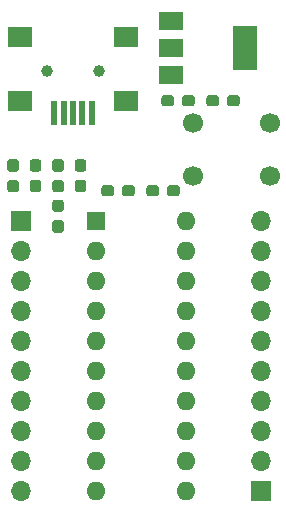
<source format=gbr>
G04 #@! TF.GenerationSoftware,KiCad,Pcbnew,(5.0.0)*
G04 #@! TF.CreationDate,2019-03-11T23:44:19-04:00*
G04 #@! TF.ProjectId,1-Hour-Board,312D486F75722D426F6172642E6B6963,rev?*
G04 #@! TF.SameCoordinates,Original*
G04 #@! TF.FileFunction,Soldermask,Top*
G04 #@! TF.FilePolarity,Negative*
%FSLAX46Y46*%
G04 Gerber Fmt 4.6, Leading zero omitted, Abs format (unit mm)*
G04 Created by KiCad (PCBNEW (5.0.0)) date 03/11/19 23:44:19*
%MOMM*%
%LPD*%
G01*
G04 APERTURE LIST*
%ADD10C,1.700000*%
%ADD11C,0.100000*%
%ADD12C,0.950000*%
%ADD13R,1.700000X1.700000*%
%ADD14O,1.700000X1.700000*%
%ADD15R,0.500000X2.000000*%
%ADD16R,2.000000X1.700000*%
%ADD17C,1.000000*%
%ADD18R,1.600000X1.600000*%
%ADD19O,1.600000X1.600000*%
%ADD20R,2.000000X3.800000*%
%ADD21R,2.000000X1.500000*%
G04 APERTURE END LIST*
D10*
G04 #@! TO.C,SW1*
X116205000Y-93345000D03*
X122705000Y-93345000D03*
X116205000Y-97845000D03*
X122705000Y-97845000D03*
G04 #@! TD*
D11*
G04 #@! TO.C,C1*
G36*
X106940779Y-96391144D02*
X106963834Y-96394563D01*
X106986443Y-96400227D01*
X107008387Y-96408079D01*
X107029457Y-96418044D01*
X107049448Y-96430026D01*
X107068168Y-96443910D01*
X107085438Y-96459562D01*
X107101090Y-96476832D01*
X107114974Y-96495552D01*
X107126956Y-96515543D01*
X107136921Y-96536613D01*
X107144773Y-96558557D01*
X107150437Y-96581166D01*
X107153856Y-96604221D01*
X107155000Y-96627500D01*
X107155000Y-97202500D01*
X107153856Y-97225779D01*
X107150437Y-97248834D01*
X107144773Y-97271443D01*
X107136921Y-97293387D01*
X107126956Y-97314457D01*
X107114974Y-97334448D01*
X107101090Y-97353168D01*
X107085438Y-97370438D01*
X107068168Y-97386090D01*
X107049448Y-97399974D01*
X107029457Y-97411956D01*
X107008387Y-97421921D01*
X106986443Y-97429773D01*
X106963834Y-97435437D01*
X106940779Y-97438856D01*
X106917500Y-97440000D01*
X106442500Y-97440000D01*
X106419221Y-97438856D01*
X106396166Y-97435437D01*
X106373557Y-97429773D01*
X106351613Y-97421921D01*
X106330543Y-97411956D01*
X106310552Y-97399974D01*
X106291832Y-97386090D01*
X106274562Y-97370438D01*
X106258910Y-97353168D01*
X106245026Y-97334448D01*
X106233044Y-97314457D01*
X106223079Y-97293387D01*
X106215227Y-97271443D01*
X106209563Y-97248834D01*
X106206144Y-97225779D01*
X106205000Y-97202500D01*
X106205000Y-96627500D01*
X106206144Y-96604221D01*
X106209563Y-96581166D01*
X106215227Y-96558557D01*
X106223079Y-96536613D01*
X106233044Y-96515543D01*
X106245026Y-96495552D01*
X106258910Y-96476832D01*
X106274562Y-96459562D01*
X106291832Y-96443910D01*
X106310552Y-96430026D01*
X106330543Y-96418044D01*
X106351613Y-96408079D01*
X106373557Y-96400227D01*
X106396166Y-96394563D01*
X106419221Y-96391144D01*
X106442500Y-96390000D01*
X106917500Y-96390000D01*
X106940779Y-96391144D01*
X106940779Y-96391144D01*
G37*
D12*
X106680000Y-96915000D03*
D11*
G36*
X106940779Y-98141144D02*
X106963834Y-98144563D01*
X106986443Y-98150227D01*
X107008387Y-98158079D01*
X107029457Y-98168044D01*
X107049448Y-98180026D01*
X107068168Y-98193910D01*
X107085438Y-98209562D01*
X107101090Y-98226832D01*
X107114974Y-98245552D01*
X107126956Y-98265543D01*
X107136921Y-98286613D01*
X107144773Y-98308557D01*
X107150437Y-98331166D01*
X107153856Y-98354221D01*
X107155000Y-98377500D01*
X107155000Y-98952500D01*
X107153856Y-98975779D01*
X107150437Y-98998834D01*
X107144773Y-99021443D01*
X107136921Y-99043387D01*
X107126956Y-99064457D01*
X107114974Y-99084448D01*
X107101090Y-99103168D01*
X107085438Y-99120438D01*
X107068168Y-99136090D01*
X107049448Y-99149974D01*
X107029457Y-99161956D01*
X107008387Y-99171921D01*
X106986443Y-99179773D01*
X106963834Y-99185437D01*
X106940779Y-99188856D01*
X106917500Y-99190000D01*
X106442500Y-99190000D01*
X106419221Y-99188856D01*
X106396166Y-99185437D01*
X106373557Y-99179773D01*
X106351613Y-99171921D01*
X106330543Y-99161956D01*
X106310552Y-99149974D01*
X106291832Y-99136090D01*
X106274562Y-99120438D01*
X106258910Y-99103168D01*
X106245026Y-99084448D01*
X106233044Y-99064457D01*
X106223079Y-99043387D01*
X106215227Y-99021443D01*
X106209563Y-98998834D01*
X106206144Y-98975779D01*
X106205000Y-98952500D01*
X106205000Y-98377500D01*
X106206144Y-98354221D01*
X106209563Y-98331166D01*
X106215227Y-98308557D01*
X106223079Y-98286613D01*
X106233044Y-98265543D01*
X106245026Y-98245552D01*
X106258910Y-98226832D01*
X106274562Y-98209562D01*
X106291832Y-98193910D01*
X106310552Y-98180026D01*
X106330543Y-98168044D01*
X106351613Y-98158079D01*
X106373557Y-98150227D01*
X106396166Y-98144563D01*
X106419221Y-98141144D01*
X106442500Y-98140000D01*
X106917500Y-98140000D01*
X106940779Y-98141144D01*
X106940779Y-98141144D01*
G37*
D12*
X106680000Y-98665000D03*
G04 #@! TD*
D11*
G04 #@! TO.C,C2*
G36*
X116120779Y-90966144D02*
X116143834Y-90969563D01*
X116166443Y-90975227D01*
X116188387Y-90983079D01*
X116209457Y-90993044D01*
X116229448Y-91005026D01*
X116248168Y-91018910D01*
X116265438Y-91034562D01*
X116281090Y-91051832D01*
X116294974Y-91070552D01*
X116306956Y-91090543D01*
X116316921Y-91111613D01*
X116324773Y-91133557D01*
X116330437Y-91156166D01*
X116333856Y-91179221D01*
X116335000Y-91202500D01*
X116335000Y-91677500D01*
X116333856Y-91700779D01*
X116330437Y-91723834D01*
X116324773Y-91746443D01*
X116316921Y-91768387D01*
X116306956Y-91789457D01*
X116294974Y-91809448D01*
X116281090Y-91828168D01*
X116265438Y-91845438D01*
X116248168Y-91861090D01*
X116229448Y-91874974D01*
X116209457Y-91886956D01*
X116188387Y-91896921D01*
X116166443Y-91904773D01*
X116143834Y-91910437D01*
X116120779Y-91913856D01*
X116097500Y-91915000D01*
X115522500Y-91915000D01*
X115499221Y-91913856D01*
X115476166Y-91910437D01*
X115453557Y-91904773D01*
X115431613Y-91896921D01*
X115410543Y-91886956D01*
X115390552Y-91874974D01*
X115371832Y-91861090D01*
X115354562Y-91845438D01*
X115338910Y-91828168D01*
X115325026Y-91809448D01*
X115313044Y-91789457D01*
X115303079Y-91768387D01*
X115295227Y-91746443D01*
X115289563Y-91723834D01*
X115286144Y-91700779D01*
X115285000Y-91677500D01*
X115285000Y-91202500D01*
X115286144Y-91179221D01*
X115289563Y-91156166D01*
X115295227Y-91133557D01*
X115303079Y-91111613D01*
X115313044Y-91090543D01*
X115325026Y-91070552D01*
X115338910Y-91051832D01*
X115354562Y-91034562D01*
X115371832Y-91018910D01*
X115390552Y-91005026D01*
X115410543Y-90993044D01*
X115431613Y-90983079D01*
X115453557Y-90975227D01*
X115476166Y-90969563D01*
X115499221Y-90966144D01*
X115522500Y-90965000D01*
X116097500Y-90965000D01*
X116120779Y-90966144D01*
X116120779Y-90966144D01*
G37*
D12*
X115810000Y-91440000D03*
D11*
G36*
X114370779Y-90966144D02*
X114393834Y-90969563D01*
X114416443Y-90975227D01*
X114438387Y-90983079D01*
X114459457Y-90993044D01*
X114479448Y-91005026D01*
X114498168Y-91018910D01*
X114515438Y-91034562D01*
X114531090Y-91051832D01*
X114544974Y-91070552D01*
X114556956Y-91090543D01*
X114566921Y-91111613D01*
X114574773Y-91133557D01*
X114580437Y-91156166D01*
X114583856Y-91179221D01*
X114585000Y-91202500D01*
X114585000Y-91677500D01*
X114583856Y-91700779D01*
X114580437Y-91723834D01*
X114574773Y-91746443D01*
X114566921Y-91768387D01*
X114556956Y-91789457D01*
X114544974Y-91809448D01*
X114531090Y-91828168D01*
X114515438Y-91845438D01*
X114498168Y-91861090D01*
X114479448Y-91874974D01*
X114459457Y-91886956D01*
X114438387Y-91896921D01*
X114416443Y-91904773D01*
X114393834Y-91910437D01*
X114370779Y-91913856D01*
X114347500Y-91915000D01*
X113772500Y-91915000D01*
X113749221Y-91913856D01*
X113726166Y-91910437D01*
X113703557Y-91904773D01*
X113681613Y-91896921D01*
X113660543Y-91886956D01*
X113640552Y-91874974D01*
X113621832Y-91861090D01*
X113604562Y-91845438D01*
X113588910Y-91828168D01*
X113575026Y-91809448D01*
X113563044Y-91789457D01*
X113553079Y-91768387D01*
X113545227Y-91746443D01*
X113539563Y-91723834D01*
X113536144Y-91700779D01*
X113535000Y-91677500D01*
X113535000Y-91202500D01*
X113536144Y-91179221D01*
X113539563Y-91156166D01*
X113545227Y-91133557D01*
X113553079Y-91111613D01*
X113563044Y-91090543D01*
X113575026Y-91070552D01*
X113588910Y-91051832D01*
X113604562Y-91034562D01*
X113621832Y-91018910D01*
X113640552Y-91005026D01*
X113660543Y-90993044D01*
X113681613Y-90983079D01*
X113703557Y-90975227D01*
X113726166Y-90969563D01*
X113749221Y-90966144D01*
X113772500Y-90965000D01*
X114347500Y-90965000D01*
X114370779Y-90966144D01*
X114370779Y-90966144D01*
G37*
D12*
X114060000Y-91440000D03*
G04 #@! TD*
D11*
G04 #@! TO.C,C3*
G36*
X119930779Y-90966144D02*
X119953834Y-90969563D01*
X119976443Y-90975227D01*
X119998387Y-90983079D01*
X120019457Y-90993044D01*
X120039448Y-91005026D01*
X120058168Y-91018910D01*
X120075438Y-91034562D01*
X120091090Y-91051832D01*
X120104974Y-91070552D01*
X120116956Y-91090543D01*
X120126921Y-91111613D01*
X120134773Y-91133557D01*
X120140437Y-91156166D01*
X120143856Y-91179221D01*
X120145000Y-91202500D01*
X120145000Y-91677500D01*
X120143856Y-91700779D01*
X120140437Y-91723834D01*
X120134773Y-91746443D01*
X120126921Y-91768387D01*
X120116956Y-91789457D01*
X120104974Y-91809448D01*
X120091090Y-91828168D01*
X120075438Y-91845438D01*
X120058168Y-91861090D01*
X120039448Y-91874974D01*
X120019457Y-91886956D01*
X119998387Y-91896921D01*
X119976443Y-91904773D01*
X119953834Y-91910437D01*
X119930779Y-91913856D01*
X119907500Y-91915000D01*
X119332500Y-91915000D01*
X119309221Y-91913856D01*
X119286166Y-91910437D01*
X119263557Y-91904773D01*
X119241613Y-91896921D01*
X119220543Y-91886956D01*
X119200552Y-91874974D01*
X119181832Y-91861090D01*
X119164562Y-91845438D01*
X119148910Y-91828168D01*
X119135026Y-91809448D01*
X119123044Y-91789457D01*
X119113079Y-91768387D01*
X119105227Y-91746443D01*
X119099563Y-91723834D01*
X119096144Y-91700779D01*
X119095000Y-91677500D01*
X119095000Y-91202500D01*
X119096144Y-91179221D01*
X119099563Y-91156166D01*
X119105227Y-91133557D01*
X119113079Y-91111613D01*
X119123044Y-91090543D01*
X119135026Y-91070552D01*
X119148910Y-91051832D01*
X119164562Y-91034562D01*
X119181832Y-91018910D01*
X119200552Y-91005026D01*
X119220543Y-90993044D01*
X119241613Y-90983079D01*
X119263557Y-90975227D01*
X119286166Y-90969563D01*
X119309221Y-90966144D01*
X119332500Y-90965000D01*
X119907500Y-90965000D01*
X119930779Y-90966144D01*
X119930779Y-90966144D01*
G37*
D12*
X119620000Y-91440000D03*
D11*
G36*
X118180779Y-90966144D02*
X118203834Y-90969563D01*
X118226443Y-90975227D01*
X118248387Y-90983079D01*
X118269457Y-90993044D01*
X118289448Y-91005026D01*
X118308168Y-91018910D01*
X118325438Y-91034562D01*
X118341090Y-91051832D01*
X118354974Y-91070552D01*
X118366956Y-91090543D01*
X118376921Y-91111613D01*
X118384773Y-91133557D01*
X118390437Y-91156166D01*
X118393856Y-91179221D01*
X118395000Y-91202500D01*
X118395000Y-91677500D01*
X118393856Y-91700779D01*
X118390437Y-91723834D01*
X118384773Y-91746443D01*
X118376921Y-91768387D01*
X118366956Y-91789457D01*
X118354974Y-91809448D01*
X118341090Y-91828168D01*
X118325438Y-91845438D01*
X118308168Y-91861090D01*
X118289448Y-91874974D01*
X118269457Y-91886956D01*
X118248387Y-91896921D01*
X118226443Y-91904773D01*
X118203834Y-91910437D01*
X118180779Y-91913856D01*
X118157500Y-91915000D01*
X117582500Y-91915000D01*
X117559221Y-91913856D01*
X117536166Y-91910437D01*
X117513557Y-91904773D01*
X117491613Y-91896921D01*
X117470543Y-91886956D01*
X117450552Y-91874974D01*
X117431832Y-91861090D01*
X117414562Y-91845438D01*
X117398910Y-91828168D01*
X117385026Y-91809448D01*
X117373044Y-91789457D01*
X117363079Y-91768387D01*
X117355227Y-91746443D01*
X117349563Y-91723834D01*
X117346144Y-91700779D01*
X117345000Y-91677500D01*
X117345000Y-91202500D01*
X117346144Y-91179221D01*
X117349563Y-91156166D01*
X117355227Y-91133557D01*
X117363079Y-91111613D01*
X117373044Y-91090543D01*
X117385026Y-91070552D01*
X117398910Y-91051832D01*
X117414562Y-91034562D01*
X117431832Y-91018910D01*
X117450552Y-91005026D01*
X117470543Y-90993044D01*
X117491613Y-90983079D01*
X117513557Y-90975227D01*
X117536166Y-90969563D01*
X117559221Y-90966144D01*
X117582500Y-90965000D01*
X118157500Y-90965000D01*
X118180779Y-90966144D01*
X118180779Y-90966144D01*
G37*
D12*
X117870000Y-91440000D03*
G04 #@! TD*
D11*
G04 #@! TO.C,D1*
G36*
X105035779Y-98141144D02*
X105058834Y-98144563D01*
X105081443Y-98150227D01*
X105103387Y-98158079D01*
X105124457Y-98168044D01*
X105144448Y-98180026D01*
X105163168Y-98193910D01*
X105180438Y-98209562D01*
X105196090Y-98226832D01*
X105209974Y-98245552D01*
X105221956Y-98265543D01*
X105231921Y-98286613D01*
X105239773Y-98308557D01*
X105245437Y-98331166D01*
X105248856Y-98354221D01*
X105250000Y-98377500D01*
X105250000Y-98952500D01*
X105248856Y-98975779D01*
X105245437Y-98998834D01*
X105239773Y-99021443D01*
X105231921Y-99043387D01*
X105221956Y-99064457D01*
X105209974Y-99084448D01*
X105196090Y-99103168D01*
X105180438Y-99120438D01*
X105163168Y-99136090D01*
X105144448Y-99149974D01*
X105124457Y-99161956D01*
X105103387Y-99171921D01*
X105081443Y-99179773D01*
X105058834Y-99185437D01*
X105035779Y-99188856D01*
X105012500Y-99190000D01*
X104537500Y-99190000D01*
X104514221Y-99188856D01*
X104491166Y-99185437D01*
X104468557Y-99179773D01*
X104446613Y-99171921D01*
X104425543Y-99161956D01*
X104405552Y-99149974D01*
X104386832Y-99136090D01*
X104369562Y-99120438D01*
X104353910Y-99103168D01*
X104340026Y-99084448D01*
X104328044Y-99064457D01*
X104318079Y-99043387D01*
X104310227Y-99021443D01*
X104304563Y-98998834D01*
X104301144Y-98975779D01*
X104300000Y-98952500D01*
X104300000Y-98377500D01*
X104301144Y-98354221D01*
X104304563Y-98331166D01*
X104310227Y-98308557D01*
X104318079Y-98286613D01*
X104328044Y-98265543D01*
X104340026Y-98245552D01*
X104353910Y-98226832D01*
X104369562Y-98209562D01*
X104386832Y-98193910D01*
X104405552Y-98180026D01*
X104425543Y-98168044D01*
X104446613Y-98158079D01*
X104468557Y-98150227D01*
X104491166Y-98144563D01*
X104514221Y-98141144D01*
X104537500Y-98140000D01*
X105012500Y-98140000D01*
X105035779Y-98141144D01*
X105035779Y-98141144D01*
G37*
D12*
X104775000Y-98665000D03*
D11*
G36*
X105035779Y-96391144D02*
X105058834Y-96394563D01*
X105081443Y-96400227D01*
X105103387Y-96408079D01*
X105124457Y-96418044D01*
X105144448Y-96430026D01*
X105163168Y-96443910D01*
X105180438Y-96459562D01*
X105196090Y-96476832D01*
X105209974Y-96495552D01*
X105221956Y-96515543D01*
X105231921Y-96536613D01*
X105239773Y-96558557D01*
X105245437Y-96581166D01*
X105248856Y-96604221D01*
X105250000Y-96627500D01*
X105250000Y-97202500D01*
X105248856Y-97225779D01*
X105245437Y-97248834D01*
X105239773Y-97271443D01*
X105231921Y-97293387D01*
X105221956Y-97314457D01*
X105209974Y-97334448D01*
X105196090Y-97353168D01*
X105180438Y-97370438D01*
X105163168Y-97386090D01*
X105144448Y-97399974D01*
X105124457Y-97411956D01*
X105103387Y-97421921D01*
X105081443Y-97429773D01*
X105058834Y-97435437D01*
X105035779Y-97438856D01*
X105012500Y-97440000D01*
X104537500Y-97440000D01*
X104514221Y-97438856D01*
X104491166Y-97435437D01*
X104468557Y-97429773D01*
X104446613Y-97421921D01*
X104425543Y-97411956D01*
X104405552Y-97399974D01*
X104386832Y-97386090D01*
X104369562Y-97370438D01*
X104353910Y-97353168D01*
X104340026Y-97334448D01*
X104328044Y-97314457D01*
X104318079Y-97293387D01*
X104310227Y-97271443D01*
X104304563Y-97248834D01*
X104301144Y-97225779D01*
X104300000Y-97202500D01*
X104300000Y-96627500D01*
X104301144Y-96604221D01*
X104304563Y-96581166D01*
X104310227Y-96558557D01*
X104318079Y-96536613D01*
X104328044Y-96515543D01*
X104340026Y-96495552D01*
X104353910Y-96476832D01*
X104369562Y-96459562D01*
X104386832Y-96443910D01*
X104405552Y-96430026D01*
X104425543Y-96418044D01*
X104446613Y-96408079D01*
X104468557Y-96400227D01*
X104491166Y-96394563D01*
X104514221Y-96391144D01*
X104537500Y-96390000D01*
X105012500Y-96390000D01*
X105035779Y-96391144D01*
X105035779Y-96391144D01*
G37*
D12*
X104775000Y-96915000D03*
G04 #@! TD*
D11*
G04 #@! TO.C,D2*
G36*
X103130779Y-96391144D02*
X103153834Y-96394563D01*
X103176443Y-96400227D01*
X103198387Y-96408079D01*
X103219457Y-96418044D01*
X103239448Y-96430026D01*
X103258168Y-96443910D01*
X103275438Y-96459562D01*
X103291090Y-96476832D01*
X103304974Y-96495552D01*
X103316956Y-96515543D01*
X103326921Y-96536613D01*
X103334773Y-96558557D01*
X103340437Y-96581166D01*
X103343856Y-96604221D01*
X103345000Y-96627500D01*
X103345000Y-97202500D01*
X103343856Y-97225779D01*
X103340437Y-97248834D01*
X103334773Y-97271443D01*
X103326921Y-97293387D01*
X103316956Y-97314457D01*
X103304974Y-97334448D01*
X103291090Y-97353168D01*
X103275438Y-97370438D01*
X103258168Y-97386090D01*
X103239448Y-97399974D01*
X103219457Y-97411956D01*
X103198387Y-97421921D01*
X103176443Y-97429773D01*
X103153834Y-97435437D01*
X103130779Y-97438856D01*
X103107500Y-97440000D01*
X102632500Y-97440000D01*
X102609221Y-97438856D01*
X102586166Y-97435437D01*
X102563557Y-97429773D01*
X102541613Y-97421921D01*
X102520543Y-97411956D01*
X102500552Y-97399974D01*
X102481832Y-97386090D01*
X102464562Y-97370438D01*
X102448910Y-97353168D01*
X102435026Y-97334448D01*
X102423044Y-97314457D01*
X102413079Y-97293387D01*
X102405227Y-97271443D01*
X102399563Y-97248834D01*
X102396144Y-97225779D01*
X102395000Y-97202500D01*
X102395000Y-96627500D01*
X102396144Y-96604221D01*
X102399563Y-96581166D01*
X102405227Y-96558557D01*
X102413079Y-96536613D01*
X102423044Y-96515543D01*
X102435026Y-96495552D01*
X102448910Y-96476832D01*
X102464562Y-96459562D01*
X102481832Y-96443910D01*
X102500552Y-96430026D01*
X102520543Y-96418044D01*
X102541613Y-96408079D01*
X102563557Y-96400227D01*
X102586166Y-96394563D01*
X102609221Y-96391144D01*
X102632500Y-96390000D01*
X103107500Y-96390000D01*
X103130779Y-96391144D01*
X103130779Y-96391144D01*
G37*
D12*
X102870000Y-96915000D03*
D11*
G36*
X103130779Y-98141144D02*
X103153834Y-98144563D01*
X103176443Y-98150227D01*
X103198387Y-98158079D01*
X103219457Y-98168044D01*
X103239448Y-98180026D01*
X103258168Y-98193910D01*
X103275438Y-98209562D01*
X103291090Y-98226832D01*
X103304974Y-98245552D01*
X103316956Y-98265543D01*
X103326921Y-98286613D01*
X103334773Y-98308557D01*
X103340437Y-98331166D01*
X103343856Y-98354221D01*
X103345000Y-98377500D01*
X103345000Y-98952500D01*
X103343856Y-98975779D01*
X103340437Y-98998834D01*
X103334773Y-99021443D01*
X103326921Y-99043387D01*
X103316956Y-99064457D01*
X103304974Y-99084448D01*
X103291090Y-99103168D01*
X103275438Y-99120438D01*
X103258168Y-99136090D01*
X103239448Y-99149974D01*
X103219457Y-99161956D01*
X103198387Y-99171921D01*
X103176443Y-99179773D01*
X103153834Y-99185437D01*
X103130779Y-99188856D01*
X103107500Y-99190000D01*
X102632500Y-99190000D01*
X102609221Y-99188856D01*
X102586166Y-99185437D01*
X102563557Y-99179773D01*
X102541613Y-99171921D01*
X102520543Y-99161956D01*
X102500552Y-99149974D01*
X102481832Y-99136090D01*
X102464562Y-99120438D01*
X102448910Y-99103168D01*
X102435026Y-99084448D01*
X102423044Y-99064457D01*
X102413079Y-99043387D01*
X102405227Y-99021443D01*
X102399563Y-98998834D01*
X102396144Y-98975779D01*
X102395000Y-98952500D01*
X102395000Y-98377500D01*
X102396144Y-98354221D01*
X102399563Y-98331166D01*
X102405227Y-98308557D01*
X102413079Y-98286613D01*
X102423044Y-98265543D01*
X102435026Y-98245552D01*
X102448910Y-98226832D01*
X102464562Y-98209562D01*
X102481832Y-98193910D01*
X102500552Y-98180026D01*
X102520543Y-98168044D01*
X102541613Y-98158079D01*
X102563557Y-98150227D01*
X102586166Y-98144563D01*
X102609221Y-98141144D01*
X102632500Y-98140000D01*
X103107500Y-98140000D01*
X103130779Y-98141144D01*
X103130779Y-98141144D01*
G37*
D12*
X102870000Y-98665000D03*
G04 #@! TD*
D13*
G04 #@! TO.C,J1*
X101600000Y-101600000D03*
D14*
X101600000Y-104140000D03*
X101600000Y-106680000D03*
X101600000Y-109220000D03*
X101600000Y-111760000D03*
X101600000Y-114300000D03*
X101600000Y-116840000D03*
X101600000Y-119380000D03*
X101600000Y-121920000D03*
X101600000Y-124460000D03*
G04 #@! TD*
G04 #@! TO.C,J2*
X121920000Y-101600000D03*
X121920000Y-104140000D03*
X121920000Y-106680000D03*
X121920000Y-109220000D03*
X121920000Y-111760000D03*
X121920000Y-114300000D03*
X121920000Y-116840000D03*
X121920000Y-119380000D03*
X121920000Y-121920000D03*
D13*
X121920000Y-124460000D03*
G04 #@! TD*
D15*
G04 #@! TO.C,J3*
X107645000Y-92456000D03*
X106845000Y-92456000D03*
X106045000Y-92456000D03*
X105245000Y-92456000D03*
X104445000Y-92456000D03*
D16*
X110495000Y-91500000D03*
X110495000Y-86050000D03*
X101595000Y-91500000D03*
X101595000Y-86050000D03*
D17*
X108245000Y-88900000D03*
X103845000Y-88900000D03*
G04 #@! TD*
D11*
G04 #@! TO.C,R1*
G36*
X105035779Y-99806144D02*
X105058834Y-99809563D01*
X105081443Y-99815227D01*
X105103387Y-99823079D01*
X105124457Y-99833044D01*
X105144448Y-99845026D01*
X105163168Y-99858910D01*
X105180438Y-99874562D01*
X105196090Y-99891832D01*
X105209974Y-99910552D01*
X105221956Y-99930543D01*
X105231921Y-99951613D01*
X105239773Y-99973557D01*
X105245437Y-99996166D01*
X105248856Y-100019221D01*
X105250000Y-100042500D01*
X105250000Y-100617500D01*
X105248856Y-100640779D01*
X105245437Y-100663834D01*
X105239773Y-100686443D01*
X105231921Y-100708387D01*
X105221956Y-100729457D01*
X105209974Y-100749448D01*
X105196090Y-100768168D01*
X105180438Y-100785438D01*
X105163168Y-100801090D01*
X105144448Y-100814974D01*
X105124457Y-100826956D01*
X105103387Y-100836921D01*
X105081443Y-100844773D01*
X105058834Y-100850437D01*
X105035779Y-100853856D01*
X105012500Y-100855000D01*
X104537500Y-100855000D01*
X104514221Y-100853856D01*
X104491166Y-100850437D01*
X104468557Y-100844773D01*
X104446613Y-100836921D01*
X104425543Y-100826956D01*
X104405552Y-100814974D01*
X104386832Y-100801090D01*
X104369562Y-100785438D01*
X104353910Y-100768168D01*
X104340026Y-100749448D01*
X104328044Y-100729457D01*
X104318079Y-100708387D01*
X104310227Y-100686443D01*
X104304563Y-100663834D01*
X104301144Y-100640779D01*
X104300000Y-100617500D01*
X104300000Y-100042500D01*
X104301144Y-100019221D01*
X104304563Y-99996166D01*
X104310227Y-99973557D01*
X104318079Y-99951613D01*
X104328044Y-99930543D01*
X104340026Y-99910552D01*
X104353910Y-99891832D01*
X104369562Y-99874562D01*
X104386832Y-99858910D01*
X104405552Y-99845026D01*
X104425543Y-99833044D01*
X104446613Y-99823079D01*
X104468557Y-99815227D01*
X104491166Y-99809563D01*
X104514221Y-99806144D01*
X104537500Y-99805000D01*
X105012500Y-99805000D01*
X105035779Y-99806144D01*
X105035779Y-99806144D01*
G37*
D12*
X104775000Y-100330000D03*
D11*
G36*
X105035779Y-101556144D02*
X105058834Y-101559563D01*
X105081443Y-101565227D01*
X105103387Y-101573079D01*
X105124457Y-101583044D01*
X105144448Y-101595026D01*
X105163168Y-101608910D01*
X105180438Y-101624562D01*
X105196090Y-101641832D01*
X105209974Y-101660552D01*
X105221956Y-101680543D01*
X105231921Y-101701613D01*
X105239773Y-101723557D01*
X105245437Y-101746166D01*
X105248856Y-101769221D01*
X105250000Y-101792500D01*
X105250000Y-102367500D01*
X105248856Y-102390779D01*
X105245437Y-102413834D01*
X105239773Y-102436443D01*
X105231921Y-102458387D01*
X105221956Y-102479457D01*
X105209974Y-102499448D01*
X105196090Y-102518168D01*
X105180438Y-102535438D01*
X105163168Y-102551090D01*
X105144448Y-102564974D01*
X105124457Y-102576956D01*
X105103387Y-102586921D01*
X105081443Y-102594773D01*
X105058834Y-102600437D01*
X105035779Y-102603856D01*
X105012500Y-102605000D01*
X104537500Y-102605000D01*
X104514221Y-102603856D01*
X104491166Y-102600437D01*
X104468557Y-102594773D01*
X104446613Y-102586921D01*
X104425543Y-102576956D01*
X104405552Y-102564974D01*
X104386832Y-102551090D01*
X104369562Y-102535438D01*
X104353910Y-102518168D01*
X104340026Y-102499448D01*
X104328044Y-102479457D01*
X104318079Y-102458387D01*
X104310227Y-102436443D01*
X104304563Y-102413834D01*
X104301144Y-102390779D01*
X104300000Y-102367500D01*
X104300000Y-101792500D01*
X104301144Y-101769221D01*
X104304563Y-101746166D01*
X104310227Y-101723557D01*
X104318079Y-101701613D01*
X104328044Y-101680543D01*
X104340026Y-101660552D01*
X104353910Y-101641832D01*
X104369562Y-101624562D01*
X104386832Y-101608910D01*
X104405552Y-101595026D01*
X104425543Y-101583044D01*
X104446613Y-101573079D01*
X104468557Y-101565227D01*
X104491166Y-101559563D01*
X104514221Y-101556144D01*
X104537500Y-101555000D01*
X105012500Y-101555000D01*
X105035779Y-101556144D01*
X105035779Y-101556144D01*
G37*
D12*
X104775000Y-102080000D03*
G04 #@! TD*
D11*
G04 #@! TO.C,R2*
G36*
X101225779Y-98141144D02*
X101248834Y-98144563D01*
X101271443Y-98150227D01*
X101293387Y-98158079D01*
X101314457Y-98168044D01*
X101334448Y-98180026D01*
X101353168Y-98193910D01*
X101370438Y-98209562D01*
X101386090Y-98226832D01*
X101399974Y-98245552D01*
X101411956Y-98265543D01*
X101421921Y-98286613D01*
X101429773Y-98308557D01*
X101435437Y-98331166D01*
X101438856Y-98354221D01*
X101440000Y-98377500D01*
X101440000Y-98952500D01*
X101438856Y-98975779D01*
X101435437Y-98998834D01*
X101429773Y-99021443D01*
X101421921Y-99043387D01*
X101411956Y-99064457D01*
X101399974Y-99084448D01*
X101386090Y-99103168D01*
X101370438Y-99120438D01*
X101353168Y-99136090D01*
X101334448Y-99149974D01*
X101314457Y-99161956D01*
X101293387Y-99171921D01*
X101271443Y-99179773D01*
X101248834Y-99185437D01*
X101225779Y-99188856D01*
X101202500Y-99190000D01*
X100727500Y-99190000D01*
X100704221Y-99188856D01*
X100681166Y-99185437D01*
X100658557Y-99179773D01*
X100636613Y-99171921D01*
X100615543Y-99161956D01*
X100595552Y-99149974D01*
X100576832Y-99136090D01*
X100559562Y-99120438D01*
X100543910Y-99103168D01*
X100530026Y-99084448D01*
X100518044Y-99064457D01*
X100508079Y-99043387D01*
X100500227Y-99021443D01*
X100494563Y-98998834D01*
X100491144Y-98975779D01*
X100490000Y-98952500D01*
X100490000Y-98377500D01*
X100491144Y-98354221D01*
X100494563Y-98331166D01*
X100500227Y-98308557D01*
X100508079Y-98286613D01*
X100518044Y-98265543D01*
X100530026Y-98245552D01*
X100543910Y-98226832D01*
X100559562Y-98209562D01*
X100576832Y-98193910D01*
X100595552Y-98180026D01*
X100615543Y-98168044D01*
X100636613Y-98158079D01*
X100658557Y-98150227D01*
X100681166Y-98144563D01*
X100704221Y-98141144D01*
X100727500Y-98140000D01*
X101202500Y-98140000D01*
X101225779Y-98141144D01*
X101225779Y-98141144D01*
G37*
D12*
X100965000Y-98665000D03*
D11*
G36*
X101225779Y-96391144D02*
X101248834Y-96394563D01*
X101271443Y-96400227D01*
X101293387Y-96408079D01*
X101314457Y-96418044D01*
X101334448Y-96430026D01*
X101353168Y-96443910D01*
X101370438Y-96459562D01*
X101386090Y-96476832D01*
X101399974Y-96495552D01*
X101411956Y-96515543D01*
X101421921Y-96536613D01*
X101429773Y-96558557D01*
X101435437Y-96581166D01*
X101438856Y-96604221D01*
X101440000Y-96627500D01*
X101440000Y-97202500D01*
X101438856Y-97225779D01*
X101435437Y-97248834D01*
X101429773Y-97271443D01*
X101421921Y-97293387D01*
X101411956Y-97314457D01*
X101399974Y-97334448D01*
X101386090Y-97353168D01*
X101370438Y-97370438D01*
X101353168Y-97386090D01*
X101334448Y-97399974D01*
X101314457Y-97411956D01*
X101293387Y-97421921D01*
X101271443Y-97429773D01*
X101248834Y-97435437D01*
X101225779Y-97438856D01*
X101202500Y-97440000D01*
X100727500Y-97440000D01*
X100704221Y-97438856D01*
X100681166Y-97435437D01*
X100658557Y-97429773D01*
X100636613Y-97421921D01*
X100615543Y-97411956D01*
X100595552Y-97399974D01*
X100576832Y-97386090D01*
X100559562Y-97370438D01*
X100543910Y-97353168D01*
X100530026Y-97334448D01*
X100518044Y-97314457D01*
X100508079Y-97293387D01*
X100500227Y-97271443D01*
X100494563Y-97248834D01*
X100491144Y-97225779D01*
X100490000Y-97202500D01*
X100490000Y-96627500D01*
X100491144Y-96604221D01*
X100494563Y-96581166D01*
X100500227Y-96558557D01*
X100508079Y-96536613D01*
X100518044Y-96515543D01*
X100530026Y-96495552D01*
X100543910Y-96476832D01*
X100559562Y-96459562D01*
X100576832Y-96443910D01*
X100595552Y-96430026D01*
X100615543Y-96418044D01*
X100636613Y-96408079D01*
X100658557Y-96400227D01*
X100681166Y-96394563D01*
X100704221Y-96391144D01*
X100727500Y-96390000D01*
X101202500Y-96390000D01*
X101225779Y-96391144D01*
X101225779Y-96391144D01*
G37*
D12*
X100965000Y-96915000D03*
G04 #@! TD*
D11*
G04 #@! TO.C,R3*
G36*
X111040779Y-98586144D02*
X111063834Y-98589563D01*
X111086443Y-98595227D01*
X111108387Y-98603079D01*
X111129457Y-98613044D01*
X111149448Y-98625026D01*
X111168168Y-98638910D01*
X111185438Y-98654562D01*
X111201090Y-98671832D01*
X111214974Y-98690552D01*
X111226956Y-98710543D01*
X111236921Y-98731613D01*
X111244773Y-98753557D01*
X111250437Y-98776166D01*
X111253856Y-98799221D01*
X111255000Y-98822500D01*
X111255000Y-99297500D01*
X111253856Y-99320779D01*
X111250437Y-99343834D01*
X111244773Y-99366443D01*
X111236921Y-99388387D01*
X111226956Y-99409457D01*
X111214974Y-99429448D01*
X111201090Y-99448168D01*
X111185438Y-99465438D01*
X111168168Y-99481090D01*
X111149448Y-99494974D01*
X111129457Y-99506956D01*
X111108387Y-99516921D01*
X111086443Y-99524773D01*
X111063834Y-99530437D01*
X111040779Y-99533856D01*
X111017500Y-99535000D01*
X110442500Y-99535000D01*
X110419221Y-99533856D01*
X110396166Y-99530437D01*
X110373557Y-99524773D01*
X110351613Y-99516921D01*
X110330543Y-99506956D01*
X110310552Y-99494974D01*
X110291832Y-99481090D01*
X110274562Y-99465438D01*
X110258910Y-99448168D01*
X110245026Y-99429448D01*
X110233044Y-99409457D01*
X110223079Y-99388387D01*
X110215227Y-99366443D01*
X110209563Y-99343834D01*
X110206144Y-99320779D01*
X110205000Y-99297500D01*
X110205000Y-98822500D01*
X110206144Y-98799221D01*
X110209563Y-98776166D01*
X110215227Y-98753557D01*
X110223079Y-98731613D01*
X110233044Y-98710543D01*
X110245026Y-98690552D01*
X110258910Y-98671832D01*
X110274562Y-98654562D01*
X110291832Y-98638910D01*
X110310552Y-98625026D01*
X110330543Y-98613044D01*
X110351613Y-98603079D01*
X110373557Y-98595227D01*
X110396166Y-98589563D01*
X110419221Y-98586144D01*
X110442500Y-98585000D01*
X111017500Y-98585000D01*
X111040779Y-98586144D01*
X111040779Y-98586144D01*
G37*
D12*
X110730000Y-99060000D03*
D11*
G36*
X109290779Y-98586144D02*
X109313834Y-98589563D01*
X109336443Y-98595227D01*
X109358387Y-98603079D01*
X109379457Y-98613044D01*
X109399448Y-98625026D01*
X109418168Y-98638910D01*
X109435438Y-98654562D01*
X109451090Y-98671832D01*
X109464974Y-98690552D01*
X109476956Y-98710543D01*
X109486921Y-98731613D01*
X109494773Y-98753557D01*
X109500437Y-98776166D01*
X109503856Y-98799221D01*
X109505000Y-98822500D01*
X109505000Y-99297500D01*
X109503856Y-99320779D01*
X109500437Y-99343834D01*
X109494773Y-99366443D01*
X109486921Y-99388387D01*
X109476956Y-99409457D01*
X109464974Y-99429448D01*
X109451090Y-99448168D01*
X109435438Y-99465438D01*
X109418168Y-99481090D01*
X109399448Y-99494974D01*
X109379457Y-99506956D01*
X109358387Y-99516921D01*
X109336443Y-99524773D01*
X109313834Y-99530437D01*
X109290779Y-99533856D01*
X109267500Y-99535000D01*
X108692500Y-99535000D01*
X108669221Y-99533856D01*
X108646166Y-99530437D01*
X108623557Y-99524773D01*
X108601613Y-99516921D01*
X108580543Y-99506956D01*
X108560552Y-99494974D01*
X108541832Y-99481090D01*
X108524562Y-99465438D01*
X108508910Y-99448168D01*
X108495026Y-99429448D01*
X108483044Y-99409457D01*
X108473079Y-99388387D01*
X108465227Y-99366443D01*
X108459563Y-99343834D01*
X108456144Y-99320779D01*
X108455000Y-99297500D01*
X108455000Y-98822500D01*
X108456144Y-98799221D01*
X108459563Y-98776166D01*
X108465227Y-98753557D01*
X108473079Y-98731613D01*
X108483044Y-98710543D01*
X108495026Y-98690552D01*
X108508910Y-98671832D01*
X108524562Y-98654562D01*
X108541832Y-98638910D01*
X108560552Y-98625026D01*
X108580543Y-98613044D01*
X108601613Y-98603079D01*
X108623557Y-98595227D01*
X108646166Y-98589563D01*
X108669221Y-98586144D01*
X108692500Y-98585000D01*
X109267500Y-98585000D01*
X109290779Y-98586144D01*
X109290779Y-98586144D01*
G37*
D12*
X108980000Y-99060000D03*
G04 #@! TD*
D18*
G04 #@! TO.C,U1*
X107950000Y-101600000D03*
D19*
X115570000Y-124460000D03*
X107950000Y-104140000D03*
X115570000Y-121920000D03*
X107950000Y-106680000D03*
X115570000Y-119380000D03*
X107950000Y-109220000D03*
X115570000Y-116840000D03*
X107950000Y-111760000D03*
X115570000Y-114300000D03*
X107950000Y-114300000D03*
X115570000Y-111760000D03*
X107950000Y-116840000D03*
X115570000Y-109220000D03*
X107950000Y-119380000D03*
X115570000Y-106680000D03*
X107950000Y-121920000D03*
X115570000Y-104140000D03*
X107950000Y-124460000D03*
X115570000Y-101600000D03*
G04 #@! TD*
D20*
G04 #@! TO.C,U2*
X120625000Y-86995000D03*
D21*
X114325000Y-86995000D03*
X114325000Y-89295000D03*
X114325000Y-84695000D03*
G04 #@! TD*
D11*
G04 #@! TO.C,C4*
G36*
X113100779Y-98586144D02*
X113123834Y-98589563D01*
X113146443Y-98595227D01*
X113168387Y-98603079D01*
X113189457Y-98613044D01*
X113209448Y-98625026D01*
X113228168Y-98638910D01*
X113245438Y-98654562D01*
X113261090Y-98671832D01*
X113274974Y-98690552D01*
X113286956Y-98710543D01*
X113296921Y-98731613D01*
X113304773Y-98753557D01*
X113310437Y-98776166D01*
X113313856Y-98799221D01*
X113315000Y-98822500D01*
X113315000Y-99297500D01*
X113313856Y-99320779D01*
X113310437Y-99343834D01*
X113304773Y-99366443D01*
X113296921Y-99388387D01*
X113286956Y-99409457D01*
X113274974Y-99429448D01*
X113261090Y-99448168D01*
X113245438Y-99465438D01*
X113228168Y-99481090D01*
X113209448Y-99494974D01*
X113189457Y-99506956D01*
X113168387Y-99516921D01*
X113146443Y-99524773D01*
X113123834Y-99530437D01*
X113100779Y-99533856D01*
X113077500Y-99535000D01*
X112502500Y-99535000D01*
X112479221Y-99533856D01*
X112456166Y-99530437D01*
X112433557Y-99524773D01*
X112411613Y-99516921D01*
X112390543Y-99506956D01*
X112370552Y-99494974D01*
X112351832Y-99481090D01*
X112334562Y-99465438D01*
X112318910Y-99448168D01*
X112305026Y-99429448D01*
X112293044Y-99409457D01*
X112283079Y-99388387D01*
X112275227Y-99366443D01*
X112269563Y-99343834D01*
X112266144Y-99320779D01*
X112265000Y-99297500D01*
X112265000Y-98822500D01*
X112266144Y-98799221D01*
X112269563Y-98776166D01*
X112275227Y-98753557D01*
X112283079Y-98731613D01*
X112293044Y-98710543D01*
X112305026Y-98690552D01*
X112318910Y-98671832D01*
X112334562Y-98654562D01*
X112351832Y-98638910D01*
X112370552Y-98625026D01*
X112390543Y-98613044D01*
X112411613Y-98603079D01*
X112433557Y-98595227D01*
X112456166Y-98589563D01*
X112479221Y-98586144D01*
X112502500Y-98585000D01*
X113077500Y-98585000D01*
X113100779Y-98586144D01*
X113100779Y-98586144D01*
G37*
D12*
X112790000Y-99060000D03*
D11*
G36*
X114850779Y-98586144D02*
X114873834Y-98589563D01*
X114896443Y-98595227D01*
X114918387Y-98603079D01*
X114939457Y-98613044D01*
X114959448Y-98625026D01*
X114978168Y-98638910D01*
X114995438Y-98654562D01*
X115011090Y-98671832D01*
X115024974Y-98690552D01*
X115036956Y-98710543D01*
X115046921Y-98731613D01*
X115054773Y-98753557D01*
X115060437Y-98776166D01*
X115063856Y-98799221D01*
X115065000Y-98822500D01*
X115065000Y-99297500D01*
X115063856Y-99320779D01*
X115060437Y-99343834D01*
X115054773Y-99366443D01*
X115046921Y-99388387D01*
X115036956Y-99409457D01*
X115024974Y-99429448D01*
X115011090Y-99448168D01*
X114995438Y-99465438D01*
X114978168Y-99481090D01*
X114959448Y-99494974D01*
X114939457Y-99506956D01*
X114918387Y-99516921D01*
X114896443Y-99524773D01*
X114873834Y-99530437D01*
X114850779Y-99533856D01*
X114827500Y-99535000D01*
X114252500Y-99535000D01*
X114229221Y-99533856D01*
X114206166Y-99530437D01*
X114183557Y-99524773D01*
X114161613Y-99516921D01*
X114140543Y-99506956D01*
X114120552Y-99494974D01*
X114101832Y-99481090D01*
X114084562Y-99465438D01*
X114068910Y-99448168D01*
X114055026Y-99429448D01*
X114043044Y-99409457D01*
X114033079Y-99388387D01*
X114025227Y-99366443D01*
X114019563Y-99343834D01*
X114016144Y-99320779D01*
X114015000Y-99297500D01*
X114015000Y-98822500D01*
X114016144Y-98799221D01*
X114019563Y-98776166D01*
X114025227Y-98753557D01*
X114033079Y-98731613D01*
X114043044Y-98710543D01*
X114055026Y-98690552D01*
X114068910Y-98671832D01*
X114084562Y-98654562D01*
X114101832Y-98638910D01*
X114120552Y-98625026D01*
X114140543Y-98613044D01*
X114161613Y-98603079D01*
X114183557Y-98595227D01*
X114206166Y-98589563D01*
X114229221Y-98586144D01*
X114252500Y-98585000D01*
X114827500Y-98585000D01*
X114850779Y-98586144D01*
X114850779Y-98586144D01*
G37*
D12*
X114540000Y-99060000D03*
G04 #@! TD*
M02*

</source>
